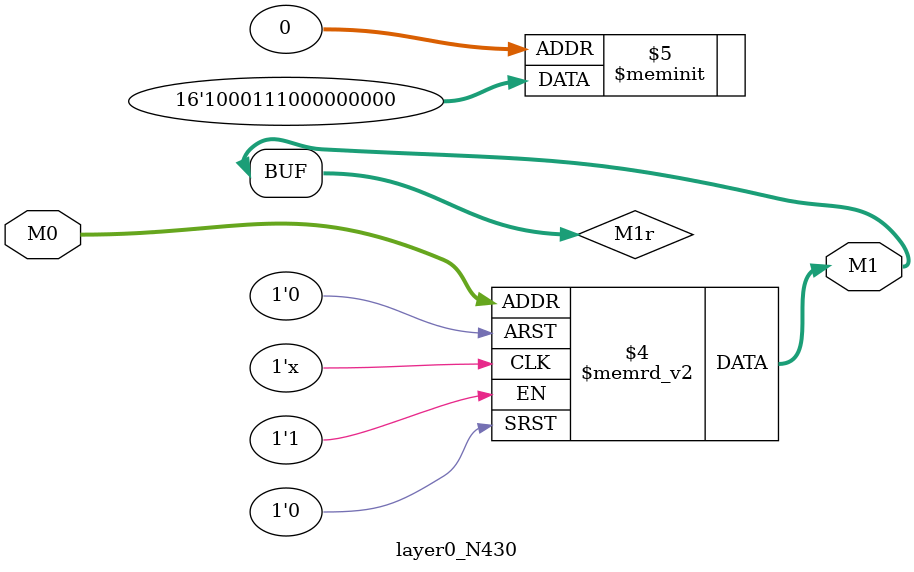
<source format=v>
module layer0_N430 ( input [2:0] M0, output [1:0] M1 );

	(*rom_style = "distributed" *) reg [1:0] M1r;
	assign M1 = M1r;
	always @ (M0) begin
		case (M0)
			3'b000: M1r = 2'b00;
			3'b100: M1r = 2'b10;
			3'b010: M1r = 2'b00;
			3'b110: M1r = 2'b00;
			3'b001: M1r = 2'b00;
			3'b101: M1r = 2'b11;
			3'b011: M1r = 2'b00;
			3'b111: M1r = 2'b10;

		endcase
	end
endmodule

</source>
